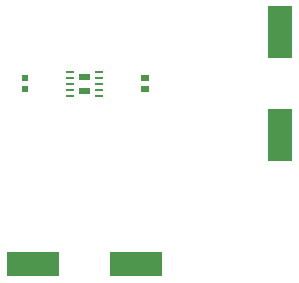
<source format=gbr>
G04 EAGLE Gerber RS-274X export*
G75*
%MOMM*%
%FSLAX34Y34*%
%LPD*%
%INSolderpaste Top*%
%IPPOS*%
%AMOC8*
5,1,8,0,0,1.08239X$1,22.5*%
G01*
G04 Define Apertures*
%ADD10R,0.729100X0.560000*%
%ADD11R,0.800000X0.280000*%
%ADD12R,0.629100X0.560000*%
%ADD13R,4.415700X2.115300*%
%ADD14R,2.115300X4.415700*%
G36*
X84265Y225235D02*
X93535Y225235D01*
X93535Y219965D01*
X84265Y219965D01*
X84265Y225235D01*
G37*
G36*
X84265Y237235D02*
X93535Y237235D01*
X93535Y231965D01*
X84265Y231965D01*
X84265Y237235D01*
G37*
D10*
X139700Y223754D03*
X139700Y233446D03*
D11*
X101400Y228600D03*
X76400Y228600D03*
X76400Y233600D03*
X76400Y223600D03*
X76400Y238600D03*
X76400Y218600D03*
X101400Y218600D03*
X101400Y223600D03*
X101400Y233600D03*
X101400Y238600D03*
D12*
X38100Y233446D03*
X38100Y223754D03*
D13*
X45373Y76200D03*
X132427Y76200D03*
D14*
X254000Y272127D03*
X254000Y185073D03*
M02*

</source>
